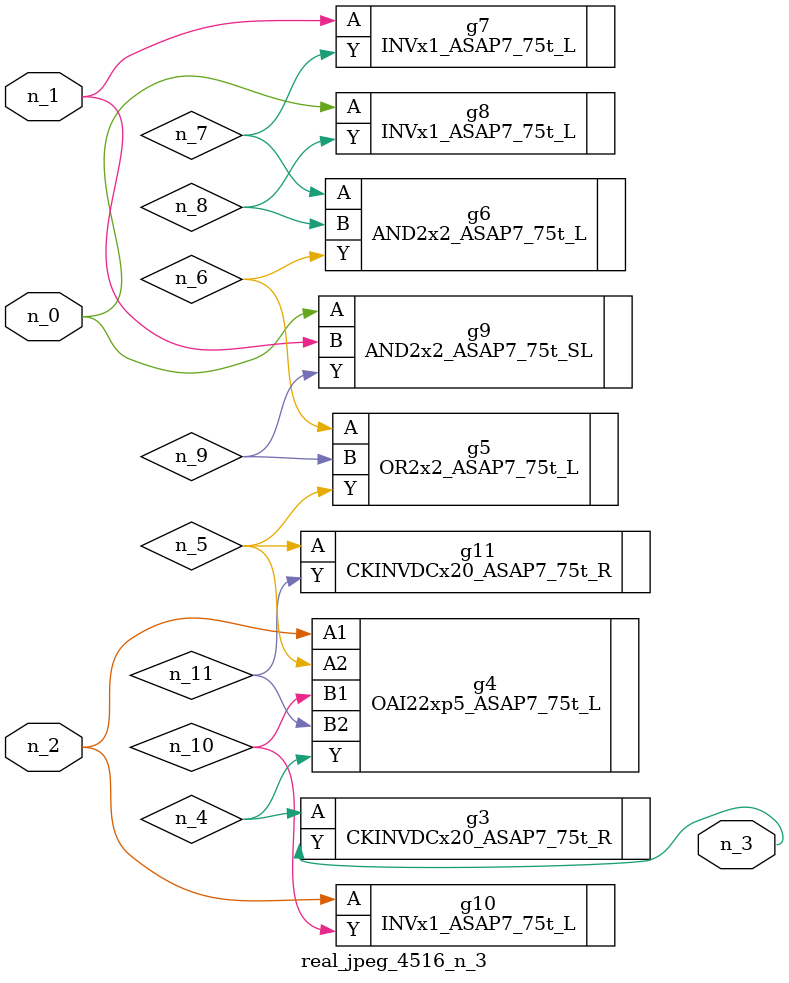
<source format=v>
module real_jpeg_4516_n_3 (n_1, n_0, n_2, n_3);

input n_1;
input n_0;
input n_2;

output n_3;

wire n_5;
wire n_4;
wire n_8;
wire n_11;
wire n_6;
wire n_7;
wire n_10;
wire n_9;

INVx1_ASAP7_75t_L g8 ( 
.A(n_0),
.Y(n_8)
);

AND2x2_ASAP7_75t_SL g9 ( 
.A(n_0),
.B(n_1),
.Y(n_9)
);

INVx1_ASAP7_75t_L g7 ( 
.A(n_1),
.Y(n_7)
);

OAI22xp5_ASAP7_75t_L g4 ( 
.A1(n_2),
.A2(n_5),
.B1(n_10),
.B2(n_11),
.Y(n_4)
);

INVx1_ASAP7_75t_L g10 ( 
.A(n_2),
.Y(n_10)
);

CKINVDCx20_ASAP7_75t_R g3 ( 
.A(n_4),
.Y(n_3)
);

CKINVDCx20_ASAP7_75t_R g11 ( 
.A(n_5),
.Y(n_11)
);

OR2x2_ASAP7_75t_L g5 ( 
.A(n_6),
.B(n_9),
.Y(n_5)
);

AND2x2_ASAP7_75t_L g6 ( 
.A(n_7),
.B(n_8),
.Y(n_6)
);


endmodule
</source>
